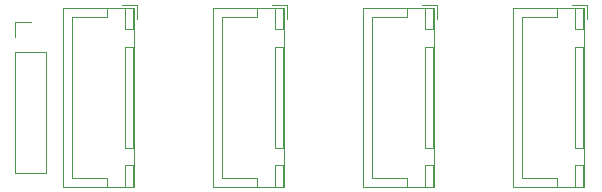
<source format=gbr>
%TF.GenerationSoftware,KiCad,Pcbnew,(7.0.0-rc2-283-gc53ce01b89)*%
%TF.CreationDate,2023-05-01T16:57:45+01:00*%
%TF.ProjectId,4S parallel board,34532070-6172-4616-9c6c-656c20626f61,rev?*%
%TF.SameCoordinates,Original*%
%TF.FileFunction,Legend,Top*%
%TF.FilePolarity,Positive*%
%FSLAX46Y46*%
G04 Gerber Fmt 4.6, Leading zero omitted, Abs format (unit mm)*
G04 Created by KiCad (PCBNEW (7.0.0-rc2-283-gc53ce01b89)) date 2023-05-01 16:57:45*
%MOMM*%
%LPD*%
G01*
G04 APERTURE LIST*
%ADD10C,0.120000*%
G04 APERTURE END LIST*
D10*
%TO.C,J6*%
X111930000Y-119305000D02*
X111930000Y-129525000D01*
X109270000Y-116705000D02*
X110600000Y-116705000D01*
X109270000Y-119305000D02*
X109270000Y-129525000D01*
X109270000Y-129525000D02*
X111930000Y-129525000D01*
X109270000Y-119305000D02*
X111930000Y-119305000D01*
X109270000Y-118035000D02*
X109270000Y-116705000D01*
%TO.C,J2*%
X118540000Y-117360000D02*
X119290000Y-117360000D01*
X119290000Y-115560000D02*
X118540000Y-115560000D01*
X118540000Y-128860000D02*
X118540000Y-130660000D01*
X118540000Y-127360000D02*
X119290000Y-127360000D01*
X117040000Y-130660000D02*
X117040000Y-129910000D01*
X117040000Y-116310000D02*
X114090000Y-116310000D01*
X119290000Y-118860000D02*
X118540000Y-118860000D01*
X119290000Y-130660000D02*
X119290000Y-128860000D01*
X114090000Y-129910000D02*
X114090000Y-123110000D01*
X118540000Y-115560000D02*
X118540000Y-117360000D01*
X118540000Y-130660000D02*
X119290000Y-130660000D01*
X119590000Y-116510000D02*
X119590000Y-115260000D01*
X119290000Y-127360000D02*
X119290000Y-118860000D01*
X119290000Y-128860000D02*
X118540000Y-128860000D01*
X117040000Y-115560000D02*
X117040000Y-116310000D01*
X113330000Y-130670000D02*
X119300000Y-130670000D01*
X117040000Y-129910000D02*
X114090000Y-129910000D01*
X119300000Y-130670000D02*
X119300000Y-115550000D01*
X118540000Y-118860000D02*
X118540000Y-127360000D01*
X119590000Y-115260000D02*
X118340000Y-115260000D01*
X113330000Y-115550000D02*
X113330000Y-130670000D01*
X119290000Y-117360000D02*
X119290000Y-115560000D01*
X119300000Y-115550000D02*
X113330000Y-115550000D01*
X114090000Y-116310000D02*
X114090000Y-123110000D01*
%TO.C,J12*%
X157400000Y-115550000D02*
X151430000Y-115550000D01*
X151430000Y-115550000D02*
X151430000Y-130670000D01*
X151430000Y-130670000D02*
X157400000Y-130670000D01*
X157400000Y-130670000D02*
X157400000Y-115550000D01*
X157390000Y-118860000D02*
X156640000Y-118860000D01*
X156640000Y-118860000D02*
X156640000Y-127360000D01*
X156640000Y-127360000D02*
X157390000Y-127360000D01*
X157390000Y-127360000D02*
X157390000Y-118860000D01*
X157390000Y-115560000D02*
X156640000Y-115560000D01*
X156640000Y-115560000D02*
X156640000Y-117360000D01*
X156640000Y-117360000D02*
X157390000Y-117360000D01*
X157390000Y-117360000D02*
X157390000Y-115560000D01*
X157390000Y-128860000D02*
X156640000Y-128860000D01*
X156640000Y-128860000D02*
X156640000Y-130660000D01*
X156640000Y-130660000D02*
X157390000Y-130660000D01*
X157390000Y-130660000D02*
X157390000Y-128860000D01*
X155140000Y-115560000D02*
X155140000Y-116310000D01*
X155140000Y-116310000D02*
X152190000Y-116310000D01*
X152190000Y-116310000D02*
X152190000Y-123110000D01*
X155140000Y-130660000D02*
X155140000Y-129910000D01*
X155140000Y-129910000D02*
X152190000Y-129910000D01*
X152190000Y-129910000D02*
X152190000Y-123110000D01*
X157690000Y-116510000D02*
X157690000Y-115260000D01*
X157690000Y-115260000D02*
X156440000Y-115260000D01*
%TO.C,J9*%
X144990000Y-115260000D02*
X143740000Y-115260000D01*
X144990000Y-116510000D02*
X144990000Y-115260000D01*
X139490000Y-129910000D02*
X139490000Y-123110000D01*
X142440000Y-129910000D02*
X139490000Y-129910000D01*
X142440000Y-130660000D02*
X142440000Y-129910000D01*
X139490000Y-116310000D02*
X139490000Y-123110000D01*
X142440000Y-116310000D02*
X139490000Y-116310000D01*
X142440000Y-115560000D02*
X142440000Y-116310000D01*
X144690000Y-130660000D02*
X144690000Y-128860000D01*
X143940000Y-130660000D02*
X144690000Y-130660000D01*
X143940000Y-128860000D02*
X143940000Y-130660000D01*
X144690000Y-128860000D02*
X143940000Y-128860000D01*
X144690000Y-117360000D02*
X144690000Y-115560000D01*
X143940000Y-117360000D02*
X144690000Y-117360000D01*
X143940000Y-115560000D02*
X143940000Y-117360000D01*
X144690000Y-115560000D02*
X143940000Y-115560000D01*
X144690000Y-127360000D02*
X144690000Y-118860000D01*
X143940000Y-127360000D02*
X144690000Y-127360000D01*
X143940000Y-118860000D02*
X143940000Y-127360000D01*
X144690000Y-118860000D02*
X143940000Y-118860000D01*
X144700000Y-130670000D02*
X144700000Y-115550000D01*
X138730000Y-130670000D02*
X144700000Y-130670000D01*
X138730000Y-115550000D02*
X138730000Y-130670000D01*
X144700000Y-115550000D02*
X138730000Y-115550000D01*
%TO.C,J3*%
X132290000Y-115260000D02*
X131040000Y-115260000D01*
X132290000Y-116510000D02*
X132290000Y-115260000D01*
X126790000Y-129910000D02*
X126790000Y-123110000D01*
X129740000Y-129910000D02*
X126790000Y-129910000D01*
X129740000Y-130660000D02*
X129740000Y-129910000D01*
X126790000Y-116310000D02*
X126790000Y-123110000D01*
X129740000Y-116310000D02*
X126790000Y-116310000D01*
X129740000Y-115560000D02*
X129740000Y-116310000D01*
X131990000Y-130660000D02*
X131990000Y-128860000D01*
X131240000Y-130660000D02*
X131990000Y-130660000D01*
X131240000Y-128860000D02*
X131240000Y-130660000D01*
X131990000Y-128860000D02*
X131240000Y-128860000D01*
X131990000Y-117360000D02*
X131990000Y-115560000D01*
X131240000Y-117360000D02*
X131990000Y-117360000D01*
X131240000Y-115560000D02*
X131240000Y-117360000D01*
X131990000Y-115560000D02*
X131240000Y-115560000D01*
X131990000Y-127360000D02*
X131990000Y-118860000D01*
X131240000Y-127360000D02*
X131990000Y-127360000D01*
X131240000Y-118860000D02*
X131240000Y-127360000D01*
X131990000Y-118860000D02*
X131240000Y-118860000D01*
X132000000Y-130670000D02*
X132000000Y-115550000D01*
X126030000Y-130670000D02*
X132000000Y-130670000D01*
X126030000Y-115550000D02*
X126030000Y-130670000D01*
X132000000Y-115550000D02*
X126030000Y-115550000D01*
%TD*%
M02*

</source>
